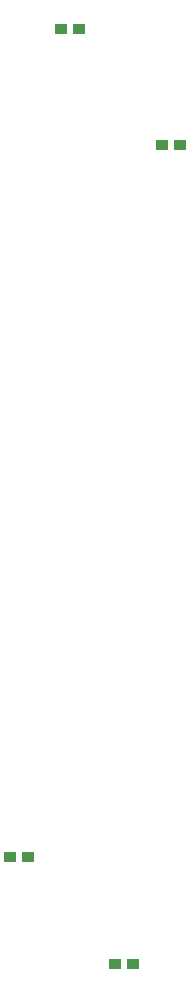
<source format=gbp>
G04*
G04 #@! TF.GenerationSoftware,Altium Limited,Altium Designer,24.1.2 (44)*
G04*
G04 Layer_Color=128*
%FSLAX44Y44*%
%MOMM*%
G71*
G04*
G04 #@! TF.SameCoordinates,698A4BB8-AFC2-4E79-BE2A-6700BE31F3AB*
G04*
G04*
G04 #@! TF.FilePolarity,Positive*
G04*
G01*
G75*
%ADD21R,1.0000X0.9500*%
D21*
X434100Y131430D02*
D03*
X419100D02*
D03*
X477280Y832470D02*
D03*
X462280D02*
D03*
X508000Y41260D02*
D03*
X523000D02*
D03*
X562490Y734680D02*
D03*
X547490D02*
D03*
M02*

</source>
